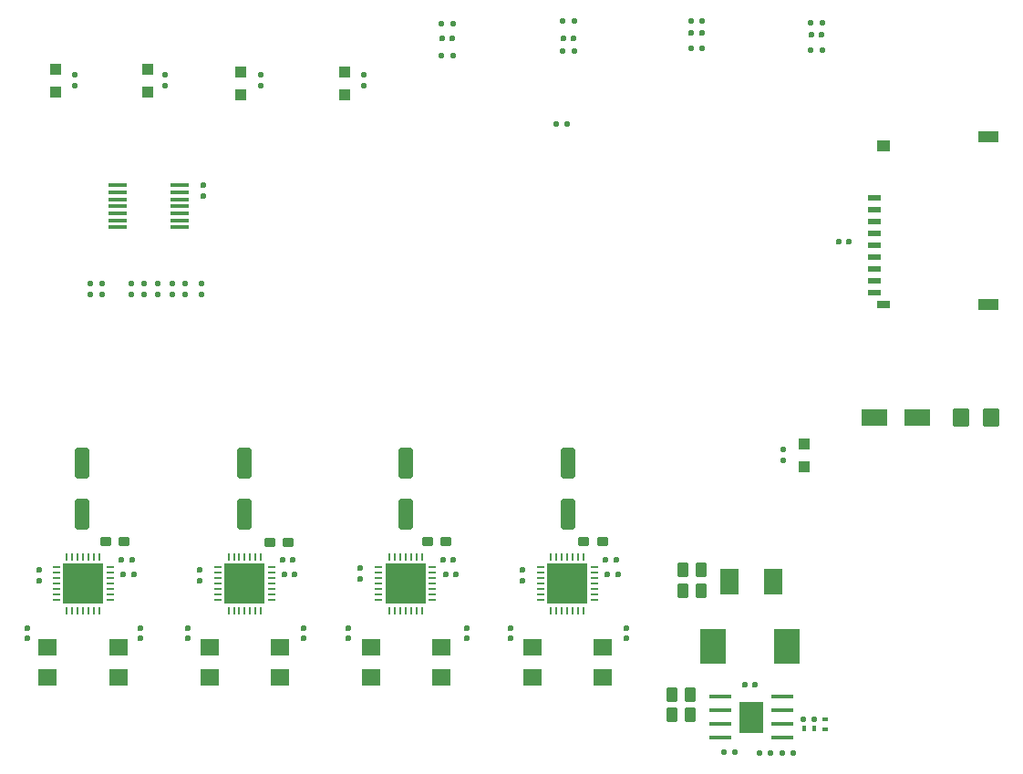
<source format=gbr>
G04 DipTrace 4.1.3.1*
G04 TopPaste.gbr*
%MOIN*%
G04 #@! TF.FileFunction,Paste,Top*
G04 #@! TF.Part,Single*
%AMOUTLINE2*
4,1,28,
-0.025197,-0.047312,
-0.025197,0.047312,
-0.024912,0.049475,
-0.024127,0.051369,
-0.022879,0.052997,
-0.021251,0.054245,
-0.019356,0.05503,
-0.017194,0.055315,
0.017194,0.055315,
0.019356,0.05503,
0.021251,0.054245,
0.022879,0.052997,
0.024127,0.051369,
0.024912,0.049475,
0.025197,0.047312,
0.025197,-0.047312,
0.024912,-0.049475,
0.024127,-0.051369,
0.022879,-0.052997,
0.021251,-0.054245,
0.019356,-0.05503,
0.017194,-0.055315,
-0.017194,-0.055315,
-0.019356,-0.05503,
-0.021251,-0.054245,
-0.022879,-0.052997,
-0.024127,-0.051369,
-0.024912,-0.049475,
-0.025197,-0.047312,
0*%
%AMOUTLINE5*
4,1,28,
0.025197,0.047312,
0.025197,-0.047312,
0.024912,-0.049475,
0.024127,-0.051369,
0.022879,-0.052997,
0.021251,-0.054245,
0.019356,-0.05503,
0.017194,-0.055315,
-0.017194,-0.055315,
-0.019356,-0.05503,
-0.021251,-0.054245,
-0.022879,-0.052997,
-0.024127,-0.051369,
-0.024912,-0.049475,
-0.025197,-0.047312,
-0.025197,0.047312,
-0.024912,0.049475,
-0.024127,0.051369,
-0.022879,0.052997,
-0.021251,0.054245,
-0.019356,0.05503,
-0.017194,0.055315,
0.017194,0.055315,
0.019356,0.05503,
0.021251,0.054245,
0.022879,0.052997,
0.024127,0.051369,
0.024912,0.049475,
0.025197,0.047312,
0*%
%AMOUTLINE8*
4,1,28,
-0.010039,-0.005186,
-0.010039,0.005186,
-0.009902,0.006228,
-0.00955,0.007078,
-0.00899,0.007808,
-0.008259,0.008369,
-0.007409,0.008721,
-0.006367,0.008858,
0.006367,0.008858,
0.007409,0.008721,
0.008259,0.008369,
0.00899,0.007808,
0.00955,0.007078,
0.009902,0.006228,
0.010039,0.005186,
0.010039,-0.005186,
0.009902,-0.006228,
0.00955,-0.007078,
0.00899,-0.007808,
0.008259,-0.008369,
0.007409,-0.008721,
0.006367,-0.008858,
-0.006367,-0.008858,
-0.007409,-0.008721,
-0.008259,-0.008369,
-0.00899,-0.007808,
-0.00955,-0.007078,
-0.009902,-0.006228,
-0.010039,-0.005186,
0*%
%AMOUTLINE11*
4,1,28,
0.010039,0.005186,
0.010039,-0.005186,
0.009902,-0.006228,
0.00955,-0.007078,
0.00899,-0.007808,
0.008259,-0.008369,
0.007409,-0.008721,
0.006367,-0.008858,
-0.006367,-0.008858,
-0.007409,-0.008721,
-0.008259,-0.008369,
-0.00899,-0.007808,
-0.00955,-0.007078,
-0.009902,-0.006228,
-0.010039,-0.005186,
-0.010039,0.005186,
-0.009902,0.006228,
-0.00955,0.007078,
-0.00899,0.007808,
-0.008259,0.008369,
-0.007409,0.008721,
-0.006367,0.008858,
0.006367,0.008858,
0.007409,0.008721,
0.008259,0.008369,
0.00899,0.007808,
0.00955,0.007078,
0.009902,0.006228,
0.010039,0.005186,
0*%
%AMOUTLINE14*
4,1,28,
-0.005186,0.010039,
0.005186,0.010039,
0.006228,0.009902,
0.007078,0.00955,
0.007808,0.00899,
0.008369,0.008259,
0.008721,0.007409,
0.008858,0.006367,
0.008858,-0.006367,
0.008721,-0.007409,
0.008369,-0.008259,
0.007808,-0.00899,
0.007078,-0.00955,
0.006228,-0.009902,
0.005186,-0.010039,
-0.005186,-0.010039,
-0.006228,-0.009902,
-0.007078,-0.00955,
-0.007808,-0.00899,
-0.008369,-0.008259,
-0.008721,-0.007409,
-0.008858,-0.006367,
-0.008858,0.006367,
-0.008721,0.007409,
-0.008369,0.008259,
-0.007808,0.00899,
-0.007078,0.00955,
-0.006228,0.009902,
-0.005186,0.010039,
0*%
%AMOUTLINE17*
4,1,28,
0.005186,-0.010039,
-0.005186,-0.010039,
-0.006228,-0.009902,
-0.007078,-0.00955,
-0.007808,-0.00899,
-0.008369,-0.008259,
-0.008721,-0.007409,
-0.008858,-0.006367,
-0.008858,0.006367,
-0.008721,0.007409,
-0.008369,0.008259,
-0.007808,0.00899,
-0.007078,0.00955,
-0.006228,0.009902,
-0.005186,0.010039,
0.005186,0.010039,
0.006228,0.009902,
0.007078,0.00955,
0.007808,0.00899,
0.008369,0.008259,
0.008721,0.007409,
0.008858,0.006367,
0.008858,-0.006367,
0.008721,-0.007409,
0.008369,-0.008259,
0.007808,-0.00899,
0.007078,-0.00955,
0.006228,-0.009902,
0.005186,-0.010039,
0*%
%AMOUTLINE20*
4,1,28,
0.019685,0.009714,
0.019685,-0.009713,
0.019401,-0.011876,
0.018616,-0.013771,
0.017367,-0.015398,
0.01574,-0.016647,
0.013845,-0.017432,
0.011682,-0.017716,
-0.011682,-0.017717,
-0.013844,-0.017432,
-0.015739,-0.016647,
-0.017366,-0.015399,
-0.018615,-0.013771,
-0.0194,-0.011876,
-0.019685,-0.009714,
-0.019685,0.009713,
-0.019401,0.011876,
-0.018616,0.013771,
-0.017367,0.015398,
-0.01574,0.016647,
-0.013845,0.017432,
-0.011682,0.017716,
0.011682,0.017717,
0.013844,0.017432,
0.015739,0.016647,
0.017366,0.015399,
0.018615,0.013771,
0.0194,0.011876,
0.019685,0.009714,
0*%
%AMOUTLINE23*
4,1,28,
0.029528,0.025855,
0.029528,-0.025855,
0.029256,-0.027916,
0.028511,-0.029716,
0.027325,-0.031262,
0.025779,-0.032448,
0.023979,-0.033193,
0.021918,-0.033465,
-0.021918,-0.033465,
-0.023979,-0.033193,
-0.025779,-0.032448,
-0.027325,-0.031262,
-0.028511,-0.029716,
-0.029256,-0.027916,
-0.029528,-0.025855,
-0.029528,0.025855,
-0.029256,0.027916,
-0.028511,0.029716,
-0.027325,0.031262,
-0.025779,0.032448,
-0.023979,0.033193,
-0.021918,0.033465,
0.021918,0.033465,
0.023979,0.033193,
0.025779,0.032448,
0.027325,0.031262,
0.028511,0.029716,
0.029256,0.027916,
0.029528,0.025855,
0*%
%AMOUTLINE26*
4,1,28,
-0.011879,0.026969,
0.011879,0.026969,
0.014041,0.026684,
0.015936,0.025899,
0.017564,0.02465,
0.018812,0.023023,
0.019597,0.021128,
0.019882,0.018965,
0.019882,-0.018965,
0.019597,-0.021128,
0.018812,-0.023023,
0.017564,-0.02465,
0.015936,-0.025899,
0.014041,-0.026684,
0.011879,-0.026969,
-0.011879,-0.026969,
-0.014041,-0.026684,
-0.015936,-0.025899,
-0.017564,-0.02465,
-0.018812,-0.023023,
-0.019597,-0.021128,
-0.019882,-0.018965,
-0.019882,0.018965,
-0.019597,0.021128,
-0.018812,0.023023,
-0.017564,0.02465,
-0.015936,0.025899,
-0.014041,0.026684,
-0.011879,0.026969,
0*%
%AMOUTLINE29*
4,1,28,
0.011879,-0.026969,
-0.011879,-0.026969,
-0.014041,-0.026684,
-0.015936,-0.025899,
-0.017564,-0.02465,
-0.018812,-0.023023,
-0.019597,-0.021128,
-0.019882,-0.018965,
-0.019882,0.018965,
-0.019597,0.021128,
-0.018812,0.023023,
-0.017564,0.02465,
-0.015936,0.025899,
-0.014041,0.026684,
-0.011879,0.026969,
0.011879,0.026969,
0.014041,0.026684,
0.015936,0.025899,
0.017564,0.02465,
0.018812,0.023023,
0.019597,0.021128,
0.019882,0.018965,
0.019882,-0.018965,
0.019597,-0.021128,
0.018812,-0.023023,
0.017564,-0.02465,
0.015936,-0.025899,
0.014041,-0.026684,
0.011879,-0.026969,
0*%
%AMOUTLINE32*
4,1,28,
0.004792,-0.009646,
-0.004792,-0.009646,
-0.00563,-0.009535,
-0.006291,-0.009262,
-0.006858,-0.008826,
-0.007293,-0.008259,
-0.007567,-0.007599,
-0.007677,-0.006761,
-0.007677,0.006761,
-0.007567,0.007599,
-0.007293,0.008259,
-0.006858,0.008826,
-0.006291,0.009262,
-0.00563,0.009535,
-0.004792,0.009646,
0.004792,0.009646,
0.00563,0.009535,
0.006291,0.009262,
0.006858,0.008826,
0.007293,0.008259,
0.007567,0.007599,
0.007677,0.006761,
0.007677,-0.006761,
0.007567,-0.007599,
0.007293,-0.008259,
0.006858,-0.008826,
0.006291,-0.009262,
0.00563,-0.009535,
0.004792,-0.009646,
0*%
%AMOUTLINE35*
4,1,28,
-0.004792,0.009646,
0.004792,0.009646,
0.00563,0.009535,
0.006291,0.009262,
0.006858,0.008826,
0.007293,0.008259,
0.007567,0.007599,
0.007677,0.006761,
0.007677,-0.006761,
0.007567,-0.007599,
0.007293,-0.008259,
0.006858,-0.008826,
0.006291,-0.009262,
0.00563,-0.009535,
0.004792,-0.009646,
-0.004792,-0.009646,
-0.00563,-0.009535,
-0.006291,-0.009262,
-0.006858,-0.008826,
-0.007293,-0.008259,
-0.007567,-0.007599,
-0.007677,-0.006761,
-0.007677,0.006761,
-0.007567,0.007599,
-0.007293,0.008259,
-0.006858,0.008826,
-0.006291,0.009262,
-0.00563,0.009535,
-0.004792,0.009646,
0*%
%AMOUTLINE38*
4,1,28,
-0.009646,-0.004792,
-0.009646,0.004792,
-0.009535,0.00563,
-0.009262,0.006291,
-0.008826,0.006858,
-0.008259,0.007293,
-0.007599,0.007567,
-0.006761,0.007677,
0.006761,0.007677,
0.007599,0.007567,
0.008259,0.007293,
0.008826,0.006858,
0.009262,0.006291,
0.009535,0.00563,
0.009646,0.004792,
0.009646,-0.004792,
0.009535,-0.00563,
0.009262,-0.006291,
0.008826,-0.006858,
0.008259,-0.007293,
0.007599,-0.007567,
0.006761,-0.007677,
-0.006761,-0.007677,
-0.007599,-0.007567,
-0.008259,-0.007293,
-0.008826,-0.006858,
-0.009262,-0.006291,
-0.009535,-0.00563,
-0.009646,-0.004792,
0*%
%AMOUTLINE41*
4,1,28,
0.009646,0.004792,
0.009646,-0.004792,
0.009535,-0.00563,
0.009262,-0.006291,
0.008826,-0.006858,
0.008259,-0.007293,
0.007599,-0.007567,
0.006761,-0.007677,
-0.006761,-0.007677,
-0.007599,-0.007567,
-0.008259,-0.007293,
-0.008826,-0.006858,
-0.009262,-0.006291,
-0.009535,-0.00563,
-0.009646,-0.004792,
-0.009646,0.004792,
-0.009535,0.00563,
-0.009262,0.006291,
-0.008826,0.006858,
-0.008259,0.007293,
-0.007599,0.007567,
-0.006761,0.007677,
0.006761,0.007677,
0.007599,0.007567,
0.008259,0.007293,
0.008826,0.006858,
0.009262,0.006291,
0.009535,0.00563,
0.009646,0.004792,
0*%
%AMOUTLINE44*
4,1,28,
-0.005186,0.010236,
0.005186,0.010236,
0.006126,0.010112,
0.006881,0.0098,
0.00753,0.009302,
0.008028,0.008653,
0.008341,0.007897,
0.008465,0.006958,
0.008465,-0.006958,
0.008341,-0.007897,
0.008028,-0.008653,
0.00753,-0.009302,
0.006881,-0.0098,
0.006126,-0.010112,
0.005186,-0.010236,
-0.005186,-0.010236,
-0.006126,-0.010112,
-0.006881,-0.0098,
-0.00753,-0.009302,
-0.008028,-0.008653,
-0.008341,-0.007897,
-0.008465,-0.006958,
-0.008465,0.006958,
-0.008341,0.007897,
-0.008028,0.008653,
-0.00753,0.009302,
-0.006881,0.0098,
-0.006126,0.010112,
-0.005186,0.010236,
0*%
%AMOUTLINE47*
4,1,28,
0.005186,-0.010236,
-0.005186,-0.010236,
-0.006126,-0.010112,
-0.006881,-0.0098,
-0.00753,-0.009302,
-0.008028,-0.008653,
-0.008341,-0.007897,
-0.008465,-0.006958,
-0.008465,0.006958,
-0.008341,0.007897,
-0.008028,0.008653,
-0.00753,0.009302,
-0.006881,0.0098,
-0.006126,0.010112,
-0.005186,0.010236,
0.005186,0.010236,
0.006126,0.010112,
0.006881,0.0098,
0.00753,0.009302,
0.008028,0.008653,
0.008341,0.007897,
0.008465,0.006958,
0.008465,-0.006958,
0.008341,-0.007897,
0.008028,-0.008653,
0.00753,-0.009302,
0.006881,-0.0098,
0.006126,-0.010112,
0.005186,-0.010236,
0*%
%AMOUTLINE50*
4,1,28,
0.010236,0.005186,
0.010236,-0.005186,
0.010112,-0.006126,
0.0098,-0.006881,
0.009302,-0.00753,
0.008653,-0.008028,
0.007897,-0.008341,
0.006958,-0.008465,
-0.006958,-0.008465,
-0.007897,-0.008341,
-0.008653,-0.008028,
-0.009302,-0.00753,
-0.0098,-0.006881,
-0.010112,-0.006126,
-0.010236,-0.005186,
-0.010236,0.005186,
-0.010112,0.006126,
-0.0098,0.006881,
-0.009302,0.00753,
-0.008653,0.008028,
-0.007897,0.008341,
-0.006958,0.008465,
0.006958,0.008465,
0.007897,0.008341,
0.008653,0.008028,
0.009302,0.00753,
0.0098,0.006881,
0.010112,0.006126,
0.010236,0.005186,
0*%
%AMOUTLINE53*
4,1,28,
-0.010236,-0.005186,
-0.010236,0.005186,
-0.010112,0.006126,
-0.0098,0.006881,
-0.009302,0.00753,
-0.008653,0.008028,
-0.007897,0.008341,
-0.006958,0.008465,
0.006958,0.008465,
0.007897,0.008341,
0.008653,0.008028,
0.009302,0.00753,
0.0098,0.006881,
0.010112,0.006126,
0.010236,0.005186,
0.010236,-0.005186,
0.010112,-0.006126,
0.0098,-0.006881,
0.009302,-0.00753,
0.008653,-0.008028,
0.007897,-0.008341,
0.006958,-0.008465,
-0.006958,-0.008465,
-0.007897,-0.008341,
-0.008653,-0.008028,
-0.009302,-0.00753,
-0.0098,-0.006881,
-0.010112,-0.006126,
-0.010236,-0.005186,
0*%
%ADD42R,0.051181X0.027559*%
%ADD49R,0.027559X0.011024*%
%ADD50R,0.011024X0.027559*%
%ADD51R,0.145669X0.145669*%
%ADD72R,0.090551X0.11811*%
%ADD74R,0.080709X0.01378*%
%ADD76R,0.066929X0.011811*%
%ADD89R,0.051181X0.043307*%
%ADD91R,0.074803X0.043307*%
%ADD92R,0.047244X0.023622*%
%ADD94R,0.066929X0.059055*%
%ADD98R,0.043307X0.043307*%
%ADD100R,0.070866X0.094488*%
%ADD114R,0.094488X0.125984*%
%ADD116R,0.094488X0.062992*%
%ADD122OUTLINE2*%
%ADD125OUTLINE5*%
%ADD128OUTLINE8*%
%ADD131OUTLINE11*%
%ADD134OUTLINE14*%
%ADD137OUTLINE17*%
%ADD140OUTLINE20*%
%ADD143OUTLINE23*%
%ADD146OUTLINE26*%
%ADD149OUTLINE29*%
%ADD152OUTLINE32*%
%ADD155OUTLINE35*%
%ADD158OUTLINE38*%
%ADD161OUTLINE41*%
%ADD164OUTLINE44*%
%ADD167OUTLINE47*%
%ADD170OUTLINE50*%
%ADD173OUTLINE53*%
%FSLAX26Y26*%
G04*
G70*
G90*
G75*
G01*
G04 TopPaste*
%LPD*%
D122*
X528000Y964512D3*
D125*
Y1153488D3*
D128*
X326772Y512205D3*
D131*
Y550787D3*
D128*
X740157Y512205D3*
D131*
Y550787D3*
D134*
X671709Y801000D3*
D137*
X710291D3*
D122*
X1122047Y964512D3*
D125*
Y1153488D3*
D128*
X913386Y512205D3*
D131*
Y550787D3*
D128*
X1338583Y512205D3*
D131*
Y550787D3*
D134*
X1260236Y800000D3*
D137*
X1298819D3*
X716291Y747500D3*
D134*
X677709D3*
D137*
X1305791D3*
D134*
X1267209D3*
D140*
X680965Y865001D3*
X614035Y864999D3*
D128*
X369500Y723709D3*
D131*
Y762291D3*
D140*
X1282465Y862000D3*
X1215535D3*
D128*
X959130Y723709D3*
D131*
Y762291D3*
D143*
X3850787Y1318751D3*
X3740551D3*
D122*
X1712598Y964512D3*
D125*
Y1153488D3*
D128*
X1500000Y512205D3*
D131*
Y550787D3*
D128*
X1933071Y512205D3*
D131*
Y550787D3*
D134*
X1846850Y800000D3*
D137*
X1885433D3*
D122*
X2303150Y964512D3*
D125*
Y1153488D3*
D128*
X2094488Y512205D3*
D131*
Y550787D3*
D128*
X2517717Y512205D3*
D131*
Y550787D3*
D134*
X2441339Y800000D3*
D137*
X2479921D3*
X1895433Y746000D3*
D134*
X1856850D3*
D137*
X2486421Y747500D3*
D134*
X2447839D3*
X3293209Y1962500D3*
D137*
X3331791D3*
D140*
X1858024Y865000D3*
X1791094D3*
D128*
X1544244Y729709D3*
D131*
Y768291D3*
D140*
X2429528Y865000D3*
X2362598D3*
D128*
X2137732Y723709D3*
D131*
Y762291D3*
D128*
X969772Y2130685D3*
D131*
Y2169268D3*
D137*
X3231793Y2718751D3*
D134*
X3193210Y2718750D3*
D137*
X2794291Y2725000D3*
D134*
X2755709D3*
X2949459Y343749D3*
D137*
X2988042D3*
X2325294Y2706250D3*
D134*
X2286711Y2706249D3*
D137*
X1881791D3*
D134*
X1843209D3*
D146*
X2685285Y231249D3*
D149*
X2752214D3*
D146*
X2685285Y306249D3*
D149*
X2752214D3*
D146*
X2722785Y687500D3*
D149*
X2789714D3*
D146*
X2722785Y762500D3*
D149*
X2789714D3*
D152*
X3203543Y181102D3*
D155*
X3166535D3*
D158*
X3244094Y179871D3*
D161*
Y216879D3*
D116*
X3581693Y1318751D3*
X3424213D3*
D114*
X3104576Y481251D3*
X2832923D3*
D100*
X3055364Y718749D3*
X2893946D3*
D98*
X1106249Y2500244D3*
Y2582921D3*
X431249Y2508661D3*
Y2591339D3*
X1487500Y2500244D3*
Y2582921D3*
X768749Y2508661D3*
Y2591339D3*
X3165993Y1140846D3*
Y1223524D3*
D164*
X2260974Y2393751D3*
D167*
X2301525D3*
D94*
X661418Y370079D3*
X661416Y480315D3*
X401576Y370079D3*
X401574Y480315D3*
X1250441Y370079D3*
Y480315D3*
X994642Y370079D3*
Y480315D3*
X1841781Y370079D3*
Y480315D3*
X1583190Y370079D3*
Y480315D3*
X2430068Y370079D3*
Y480315D3*
X2175493Y370079D3*
Y480315D3*
D170*
X905606Y1810283D3*
D173*
Y1769732D3*
D170*
X805587Y1810283D3*
D173*
Y1769732D3*
D170*
X709134Y1810283D3*
D173*
Y1769732D3*
D170*
X602537Y1810283D3*
D173*
Y1769732D3*
D164*
X3192226Y2662500D3*
D167*
X3232777D3*
D164*
X2754724Y2668751D3*
D167*
X2795276D3*
D164*
X3192226Y2762500D3*
D167*
X3232777D3*
D164*
X2754723Y2770273D3*
D167*
X2795274Y2770275D3*
D173*
X964555Y1769732D3*
D170*
Y1810283D3*
D173*
X858770Y1769732D3*
D170*
Y1810283D3*
D173*
X754407Y1769732D3*
D170*
Y1810283D3*
D173*
X556102Y1769732D3*
D170*
Y1810283D3*
X1181251Y2572045D3*
D173*
Y2531493D3*
D170*
X500001Y2572045D3*
D173*
Y2531493D3*
D170*
X1556249Y2572045D3*
D173*
Y2531493D3*
D170*
X831251Y2572045D3*
D173*
Y2531493D3*
D164*
X2285727Y2660530D3*
D167*
X2326278D3*
D164*
X1842224Y2643749D3*
D167*
X1882776D3*
D164*
X2285727Y2770274D3*
D167*
X2326278D3*
D164*
X1842224Y2760136D3*
D167*
X1882776D3*
X3045276Y93749D3*
D164*
X3004724D3*
D170*
X3090993Y1202461D3*
D173*
Y1161909D3*
D167*
X2913976Y94488D3*
D164*
X2873425D3*
D167*
X3205315Y216535D3*
D164*
X3164764D3*
D167*
X3126525Y93749D3*
D164*
X3085974D3*
D92*
X3425591Y2123882D3*
Y2080575D3*
Y2037268D3*
Y1993961D3*
Y1950654D3*
Y1907346D3*
Y1864039D3*
Y1820732D3*
Y1777425D3*
D91*
X3840945Y2345142D3*
D89*
X3459055Y2312071D3*
D42*
Y1734118D3*
D91*
X3840945D3*
D49*
X629915Y653545D3*
Y673230D3*
Y692915D3*
Y712600D3*
Y732285D3*
Y751970D3*
Y771656D3*
D50*
X590549Y811027D3*
X570864D3*
X551179D3*
X531494D3*
X511809D3*
X492124D3*
X472439D3*
D49*
X433068Y771656D3*
Y751970D3*
Y732285D3*
Y712600D3*
Y692915D3*
Y673230D3*
Y653545D3*
D50*
X472439Y614179D3*
X492124D3*
X511809D3*
X531494D3*
X551179D3*
X570864D3*
X590549D3*
D51*
X531494Y712600D3*
D49*
X1220469Y653546D3*
Y673231D3*
X1220468Y692916D3*
Y712601D3*
X1220467Y732286D3*
Y751971D3*
X1220466Y771656D3*
D50*
X1181099Y811027D3*
X1161414Y811026D3*
X1141729D3*
X1122044Y811025D3*
X1102359D3*
X1082674D3*
X1062989Y811024D3*
D49*
X1023619Y771652D3*
Y751967D3*
X1023620Y732282D3*
Y712597D3*
Y692912D3*
X1023621Y673227D3*
Y653542D3*
D50*
X1062993Y614176D3*
X1082679Y614177D3*
X1102364D3*
X1122049Y614178D3*
X1141734D3*
X1161419Y614179D3*
X1181104D3*
D51*
X1122046Y712599D3*
D49*
X1809213Y653545D3*
Y673230D3*
Y692915D3*
Y712600D3*
Y732285D3*
Y751970D3*
Y771656D3*
D50*
X1769847Y811027D3*
X1750162D3*
X1730477D3*
X1710792D3*
X1691107D3*
X1671422D3*
X1651737D3*
D49*
X1612365Y771656D3*
Y751970D3*
Y732285D3*
Y712600D3*
Y692915D3*
Y673230D3*
Y653545D3*
D50*
X1651737Y614179D3*
X1671422D3*
X1691107D3*
X1710792D3*
X1730477D3*
X1750162D3*
X1769847D3*
D51*
X1710792Y712600D3*
D49*
X2399767Y653546D3*
X2399766Y673231D3*
Y692916D3*
Y712601D3*
X2399765Y732286D3*
Y751971D3*
X2399764Y771656D3*
D50*
X2360397Y811027D3*
X2340712Y811026D3*
X2321027D3*
X2301342Y811025D3*
X2281657D3*
X2261972D3*
X2242287Y811024D3*
D49*
X2202917Y771652D3*
Y751967D3*
Y732282D3*
X2202918Y712597D3*
Y692912D3*
X2202919Y673227D3*
Y653542D3*
D50*
X2242291Y614176D3*
X2261976Y614177D3*
X2281661D3*
X2301347Y614178D3*
X2321032D3*
X2340717Y614179D3*
X2360402D3*
D51*
X2301344Y712599D3*
D76*
X656171Y2168185D3*
Y2142594D3*
Y2117004D3*
Y2091413D3*
Y2065823D3*
Y2040232D3*
X656178Y2014642D3*
X884517D3*
Y2040232D3*
Y2065823D3*
Y2091413D3*
Y2117004D3*
Y2142594D3*
Y2168185D3*
D74*
X2861466Y298819D3*
Y248819D3*
Y198819D3*
Y148819D3*
X3087844D3*
Y198819D3*
Y248819D3*
Y298819D3*
D72*
X2974655Y223819D3*
M02*

</source>
